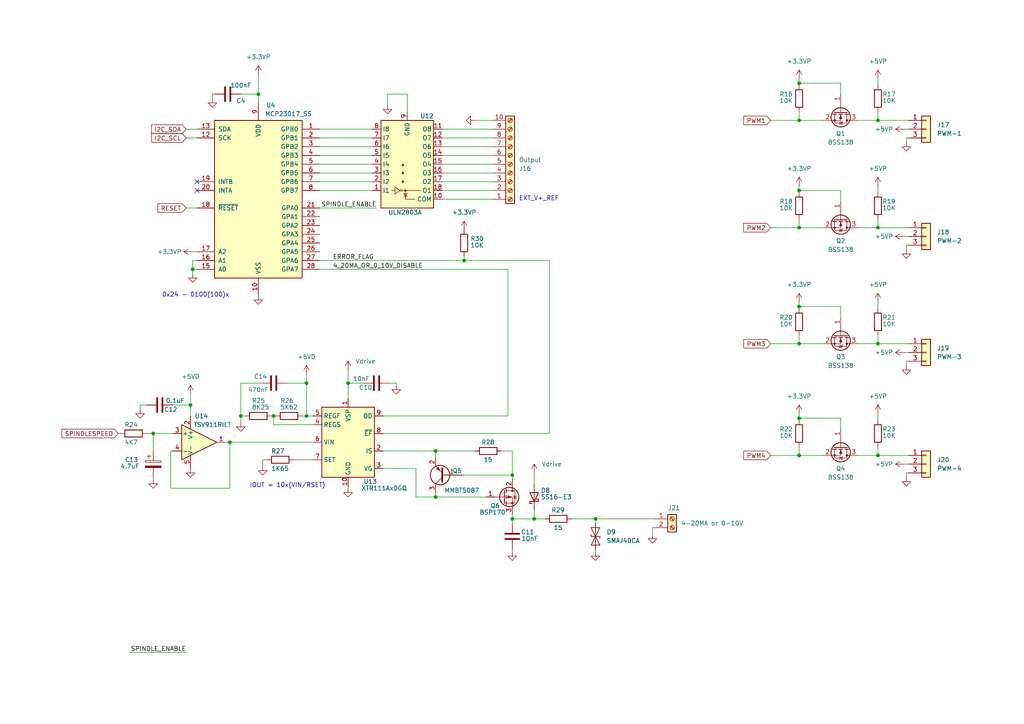
<source format=kicad_sch>
(kicad_sch (version 20230121) (generator eeschema)
  (paper "A4")
  (lib_symbols
    (symbol "Amplifier_Operational:TSV911RILT" (pin_names (offset 0.127))
      (property "Reference" "U" (at 0 5.08 0))
      (property "Value" "TSV911RILT" (at 0 -5.08 0))
      (symbol "TSV911RILT_0_1"
        (polyline (pts (xy -5.08 5.08) (xy 5.08 0) (xy -5.08 -5.08) (xy -5.08 5.08)) (stroke (width 0.254)) (fill (type background)))
        (pin power_in line (at -2.54 7.62 270) (length 3.81) (name "V+") (number "2"))
        (pin power_in line (at -2.54 -7.62 90) (length 3.81) (name "V-") (number "5"))
      )
      (symbol "TSV911RILT_1_1"
        (pin output line (at 7.62 0 180) (length 2.54) (name "~") (number "1"))
        (pin input line (at -7.62 2.54 0) (length 2.54) (name "+") (number "3"))
        (pin input line (at -7.62 -2.54 0) (length 2.54) (name "-") (number "4"))
      )
    )
    (symbol "Connector:Screw_Terminal_01x02" (pin_names (offset 1.016) hide)
      (property "Reference" "J" (at 0 2.54 0))
      (property "Value" "Screw_Terminal_01x02" (at 0 -5.08 0))
      (symbol "Screw_Terminal_01x02_1_1"
        (rectangle (start -1.27 1.27) (end 1.27 -3.81) (stroke (width 0.254)) (fill (type background)))
        (circle (center 0 -2.54) (radius 0.635) (stroke (width 0.1524)))
        (polyline (pts (xy -0.5334 -2.2098) (xy 0.3302 -3.048)) (stroke (width 0.1524)))
        (polyline (pts (xy -0.5334 0.3302) (xy 0.3302 -0.508)) (stroke (width 0.1524)))
        (polyline (pts (xy -0.3556 -2.032) (xy 0.508 -2.8702)) (stroke (width 0.1524)))
        (polyline (pts (xy -0.3556 0.508) (xy 0.508 -0.3302)) (stroke (width 0.1524)))
        (circle (center 0 0) (radius 0.635) (stroke (width 0.1524)))
        (pin passive line (at -5.08 0 0) (length 3.81) (name "Pin_1") (number "1"))
        (pin passive line (at -5.08 -2.54 0) (length 3.81) (name "Pin_2") (number "2"))
      )
    )
    (symbol "Connector:Screw_Terminal_01x10" (pin_names (offset 1.016) hide)
      (property "Reference" "J" (at 0 12.7 0))
      (property "Value" "Screw_Terminal_01x10" (at 0 -15.24 0))
      (symbol "Screw_Terminal_01x10_1_1"
        (rectangle (start -1.27 11.43) (end 1.27 -13.97) (stroke (width 0.254)) (fill (type background)))
        (circle (center 0 -12.7) (radius 0.635) (stroke (width 0.1524)))
        (circle (center 0 -10.16) (radius 0.635) (stroke (width 0.1524)))
        (circle (center 0 -7.62) (radius 0.635) (stroke (width 0.1524)))
        (circle (center 0 -5.08) (radius 0.635) (stroke (width 0.1524)))
        (circle (center 0 -2.54) (radius 0.635) (stroke (width 0.1524)))
        (polyline (pts (xy -0.5334 -12.3698) (xy 0.3302 -13.208)) (stroke (width 0.1524)))
        (polyline (pts (xy -0.5334 -9.8298) (xy 0.3302 -10.668)) (stroke (width 0.1524)))
        (polyline (pts (xy -0.5334 -7.2898) (xy 0.3302 -8.128)) (stroke (width 0.1524)))
        (polyline (pts (xy -0.5334 -4.7498) (xy 0.3302 -5.588)) (stroke (width 0.1524)))
        (polyline (pts (xy -0.5334 -2.2098) (xy 0.3302 -3.048)) (stroke (width 0.1524)))
        (polyline (pts (xy -0.5334 0.3302) (xy 0.3302 -0.508)) (stroke (width 0.1524)))
        (polyline (pts (xy -0.5334 2.8702) (xy 0.3302 2.032)) (stroke (width 0.1524)))
        (polyline (pts (xy -0.5334 5.4102) (xy 0.3302 4.572)) (stroke (width 0.1524)))
        (polyline (pts (xy -0.5334 7.9502) (xy 0.3302 7.112)) (stroke (width 0.1524)))
        (polyline (pts (xy -0.5334 10.4902) (xy 0.3302 9.652)) (stroke (width 0.1524)))
        (polyline (pts (xy -0.3556 -12.192) (xy 0.508 -13.0302)) (stroke (width 0.1524)))
        (polyline (pts (xy -0.3556 -9.652) (xy 0.508 -10.4902)) (stroke (width 0.1524)))
        (polyline (pts (xy -0.3556 -7.112) (xy 0.508 -7.9502)) (stroke (width 0.1524)))
        (polyline (pts (xy -0.3556 -4.572) (xy 0.508 -5.4102)) (stroke (width 0.1524)))
        (polyline (pts (xy -0.3556 -2.032) (xy 0.508 -2.8702)) (stroke (width 0.1524)))
        (polyline (pts (xy -0.3556 0.508) (xy 0.508 -0.3302)) (stroke (width 0.1524)))
        (polyline (pts (xy -0.3556 3.048) (xy 0.508 2.2098)) (stroke (width 0.1524)))
        (polyline (pts (xy -0.3556 5.588) (xy 0.508 4.7498)) (stroke (width 0.1524)))
        (polyline (pts (xy -0.3556 8.128) (xy 0.508 7.2898)) (stroke (width 0.1524)))
        (polyline (pts (xy -0.3556 10.668) (xy 0.508 9.8298)) (stroke (width 0.1524)))
        (circle (center 0 0) (radius 0.635) (stroke (width 0.1524)))
        (circle (center 0 2.54) (radius 0.635) (stroke (width 0.1524)))
        (circle (center 0 5.08) (radius 0.635) (stroke (width 0.1524)))
        (circle (center 0 7.62) (radius 0.635) (stroke (width 0.1524)))
        (circle (center 0 10.16) (radius 0.635) (stroke (width 0.1524)))
        (pin passive line (at -5.08 10.16 0) (length 3.81) (name "Pin_1") (number "1"))
        (pin passive line (at -5.08 -12.7 0) (length 3.81) (name "Pin_10") (number "10"))
        (pin passive line (at -5.08 7.62 0) (length 3.81) (name "Pin_2") (number "2"))
        (pin passive line (at -5.08 5.08 0) (length 3.81) (name "Pin_3") (number "3"))
        (pin passive line (at -5.08 2.54 0) (length 3.81) (name "Pin_4") (number "4"))
        (pin passive line (at -5.08 0 0) (length 3.81) (name "Pin_5") (number "5"))
        (pin passive line (at -5.08 -2.54 0) (length 3.81) (name "Pin_6") (number "6"))
        (pin passive line (at -5.08 -5.08 0) (length 3.81) (name "Pin_7") (number "7"))
        (pin passive line (at -5.08 -7.62 0) (length 3.81) (name "Pin_8") (number "8"))
        (pin passive line (at -5.08 -10.16 0) (length 3.81) (name "Pin_9") (number "9"))
      )
    )
    (symbol "Connector_Generic:Conn_01x03" (pin_names (offset 1.016) hide)
      (property "Reference" "J" (at 0 5.08 0))
      (property "Value" "Conn_01x03" (at 0 -5.08 0))
      (symbol "Conn_01x03_1_1"
        (rectangle (start -1.27 -2.413) (end 0 -2.667) (stroke (width 0.1524)))
        (rectangle (start -1.27 0.127) (end 0 -0.127) (stroke (width 0.1524)))
        (rectangle (start -1.27 2.667) (end 0 2.413) (stroke (width 0.1524)))
        (rectangle (start -1.27 3.81) (end 1.27 -3.81) (stroke (width 0.254)) (fill (type background)))
        (pin passive line (at -5.08 2.54 0) (length 3.81) (name "Pin_1") (number "1"))
        (pin passive line (at -5.08 0 0) (length 3.81) (name "Pin_2") (number "2"))
        (pin passive line (at -5.08 -2.54 0) (length 3.81) (name "Pin_3") (number "3"))
      )
    )
    (symbol "Device:C" (pin_numbers hide) (pin_names (offset 0.254))
      (property "Reference" "C" (at 0.635 2.54 0))
      (property "Value" "C" (at 0.635 -2.54 0))
      (symbol "C_0_1"
        (polyline (pts (xy -2.032 -0.762) (xy 2.032 -0.762)) (stroke (width 0.508)))
        (polyline (pts (xy -2.032 0.762) (xy 2.032 0.762)) (stroke (width 0.508)))
      )
      (symbol "C_1_1"
        (pin passive line (at 0 3.81 270) (length 2.794) (name "~") (number "1"))
        (pin passive line (at 0 -3.81 90) (length 2.794) (name "~") (number "2"))
      )
    )
    (symbol "Device:C_Polarized" (pin_numbers hide) (pin_names (offset 0.254))
      (property "Reference" "C" (at 0.635 2.54 0))
      (property "Value" "C_Polarized" (at 0.635 -2.54 0))
      (symbol "C_Polarized_0_1"
        (rectangle (start -2.286 0.508) (end 2.286 1.016))
        (polyline (pts (xy -1.778 2.286) (xy -0.762 2.286)))
        (polyline (pts (xy -1.27 2.794) (xy -1.27 1.778)))
        (rectangle (start 2.286 -0.508) (end -2.286 -1.016) (fill (type outline)))
      )
      (symbol "C_Polarized_1_1"
        (pin passive line (at 0 3.81 270) (length 2.794) (name "~") (number "1"))
        (pin passive line (at 0 -3.81 90) (length 2.794) (name "~") (number "2"))
      )
    )
    (symbol "Device:D_Schottky" (pin_numbers hide) (pin_names (offset 1.016) hide)
      (property "Reference" "D" (at 0 2.54 0))
      (property "Value" "D_Schottky" (at 0 -2.54 0))
      (symbol "D_Schottky_0_1"
        (polyline (pts (xy 1.27 0) (xy -1.27 0)))
        (polyline (pts (xy 1.27 1.27) (xy 1.27 -1.27) (xy -1.27 0) (xy 1.27 1.27)) (stroke (width 0.254)))
        (polyline (pts (xy -1.905 0.635) (xy -1.905 1.27) (xy -1.27 1.27) (xy -1.27 -1.27) (xy -0.635 -1.27) (xy -0.635 -0.635)) (stroke (width 0.254)))
      )
      (symbol "D_Schottky_1_1"
        (pin passive line (at -3.81 0 0) (length 2.54) (name "K") (number "1"))
        (pin passive line (at 3.81 0 180) (length 2.54) (name "A") (number "2"))
      )
    )
    (symbol "Device:R" (pin_numbers hide) (pin_names (offset 0))
      (property "Reference" "R" (at 2.032 0 90))
      (property "Value" "R" (at 0 0 90))
      (symbol "R_0_1"
        (rectangle (start -1.016 -2.54) (end 1.016 2.54) (stroke (width 0.254)))
      )
      (symbol "R_1_1"
        (pin passive line (at 0 3.81 270) (length 1.27) (name "~") (number "1"))
        (pin passive line (at 0 -3.81 90) (length 1.27) (name "~") (number "2"))
      )
    )
    (symbol "Diode:SMAJ40CA" (pin_numbers hide) (pin_names (offset 1.016) hide)
      (property "Reference" "D" (at 0 2.54 0))
      (property "Value" "SMAJ40CA" (at 0 -2.54 0))
      (symbol "SMAJ40CA_0_1"
        (polyline (pts (xy 1.27 0) (xy -1.27 0)))
        (polyline (pts (xy -2.54 -1.27) (xy 0 0) (xy -2.54 1.27) (xy -2.54 -1.27)) (stroke (width 0.2032)))
        (polyline (pts (xy 0.508 1.27) (xy 0 1.27) (xy 0 -1.27) (xy -0.508 -1.27)) (stroke (width 0.2032)))
        (polyline (pts (xy 2.54 1.27) (xy 2.54 -1.27) (xy 0 0) (xy 2.54 1.27)) (stroke (width 0.2032)))
      )
      (symbol "SMAJ40CA_1_1"
        (pin passive line (at -3.81 0 0) (length 2.54) (name "A1") (number "1"))
        (pin passive line (at 3.81 0 180) (length 2.54) (name "A2") (number "2"))
      )
    )
    (symbol "Interface_CurrentLoop:XTR111AxDGQ"
      (property "Reference" "U" (at -7.62 11.43 0))
      (property "Value" "XTR111AxDGQ" (at 1.27 -11.43 0))
      (symbol "XTR111AxDGQ_0_1"
        (rectangle (start -7.62 10.16) (end 7.62 -10.16) (stroke (width 0.254)) (fill (type background)))
      )
      (symbol "XTR111AxDGQ_1_1"
        (pin power_in line (at 0 12.7 270) (length 2.54) (name "VSP") (number "1"))
        (pin power_in line (at 0 -12.7 90) (length 2.54) (name "GND") (number "10"))
        (pin passive line (at 0 -12.7 90) (length 2.54) hide (name "GND") (number "11"))
        (pin output line (at 10.16 -2.54 180) (length 2.54) (name "IS") (number "2"))
        (pin output line (at 10.16 -7.62 180) (length 2.54) (name "VG") (number "3"))
        (pin input line (at -10.16 5.08 0) (length 2.54) (name "REGS") (number "4"))
        (pin output line (at -10.16 7.62 0) (length 2.54) (name "REGF") (number "5"))
        (pin input line (at -10.16 0 0) (length 2.54) (name "VIN") (number "6"))
        (pin passive line (at -10.16 -5.08 0) (length 2.54) (name "SET") (number "7"))
        (pin open_collector line (at 10.16 2.54 180) (length 2.54) (name "~{EF}") (number "8"))
        (pin input line (at 10.16 7.62 180) (length 2.54) (name "OD") (number "9"))
      )
    )
    (symbol "Interface_Expansion:MCP23017_SS" (pin_names (offset 1.016))
      (property "Reference" "U" (at -11.43 24.13 0))
      (property "Value" "MCP23017_SS" (at 0 0 0))
      (symbol "MCP23017_SS_0_1"
        (rectangle (start -12.7 22.86) (end 12.7 -22.86) (stroke (width 0.254)) (fill (type background)))
      )
      (symbol "MCP23017_SS_1_1"
        (pin bidirectional line (at 17.78 20.32 180) (length 5.08) (name "GPB0") (number "1"))
        (pin power_in line (at 0 -27.94 90) (length 5.08) (name "VSS") (number "10"))
        (pin no_connect line (at -12.7 15.24 0) (length 5.08) hide (name "NC") (number "11"))
        (pin input line (at -17.78 17.78 0) (length 5.08) (name "SCK") (number "12"))
        (pin bidirectional line (at -17.78 20.32 0) (length 5.08) (name "SDA") (number "13"))
        (pin no_connect line (at -12.7 12.7 0) (length 5.08) hide (name "NC") (number "14"))
        (pin input line (at -17.78 -20.32 0) (length 5.08) (name "A0") (number "15"))
        (pin input line (at -17.78 -17.78 0) (length 5.08) (name "A1") (number "16"))
        (pin input line (at -17.78 -15.24 0) (length 5.08) (name "A2") (number "17"))
        (pin input line (at -17.78 -2.54 0) (length 5.08) (name "~{RESET}") (number "18"))
        (pin tri_state line (at -17.78 5.08 0) (length 5.08) (name "INTB") (number "19"))
        (pin bidirectional line (at 17.78 17.78 180) (length 5.08) (name "GPB1") (number "2"))
        (pin tri_state line (at -17.78 2.54 0) (length 5.08) (name "INTA") (number "20"))
        (pin bidirectional line (at 17.78 -2.54 180) (length 5.08) (name "GPA0") (number "21"))
        (pin bidirectional line (at 17.78 -5.08 180) (length 5.08) (name "GPA1") (number "22"))
        (pin bidirectional line (at 17.78 -7.62 180) (length 5.08) (name "GPA2") (number "23"))
        (pin bidirectional line (at 17.78 -10.16 180) (length 5.08) (name "GPA3") (number "24"))
        (pin bidirectional line (at 17.78 -12.7 180) (length 5.08) (name "GPA4") (number "25"))
        (pin bidirectional line (at 17.78 -15.24 180) (length 5.08) (name "GPA5") (number "26"))
        (pin bidirectional line (at 17.78 -17.78 180) (length 5.08) (name "GPA6") (number "27"))
        (pin bidirectional line (at 17.78 -20.32 180) (length 5.08) (name "GPA7") (number "28"))
        (pin bidirectional line (at 17.78 15.24 180) (length 5.08) (name "GPB2") (number "3"))
        (pin bidirectional line (at 17.78 12.7 180) (length 5.08) (name "GPB3") (number "4"))
        (pin bidirectional line (at 17.78 10.16 180) (length 5.08) (name "GPB4") (number "5"))
        (pin bidirectional line (at 17.78 7.62 180) (length 5.08) (name "GPB5") (number "6"))
        (pin bidirectional line (at 17.78 5.08 180) (length 5.08) (name "GPB6") (number "7"))
        (pin bidirectional line (at 17.78 2.54 180) (length 5.08) (name "GPB7") (number "8"))
        (pin power_in line (at 0 27.94 270) (length 5.08) (name "VDD") (number "9"))
      )
    )
    (symbol "Transistor_Array:ULN2803A"
      (property "Reference" "U" (at 0 13.335 0))
      (property "Value" "ULN2803A" (at 0 11.43 0))
      (symbol "ULN2803A_0_1"
        (rectangle (start -7.62 -15.24) (end 7.62 10.16) (stroke (width 0.254)) (fill (type background)))
        (circle (center -1.778 5.08) (radius 0.254))
        (circle (center -1.27 -2.286) (radius 0.254) (fill (type outline)))
        (circle (center -1.27 0) (radius 0.254) (fill (type outline)))
        (circle (center -1.27 2.54) (radius 0.254) (fill (type outline)))
        (circle (center -0.508 5.08) (radius 0.254) (fill (type outline)))
        (polyline (pts (xy -4.572 5.08) (xy -3.556 5.08)))
        (polyline (pts (xy -1.524 5.08) (xy 4.064 5.08)))
        (polyline (pts (xy 0 6.731) (xy -1.016 6.731)))
        (polyline (pts (xy -0.508 5.08) (xy -0.508 7.62) (xy 2.286 7.62)))
        (polyline (pts (xy -3.556 6.096) (xy -3.556 4.064) (xy -2.032 5.08) (xy -3.556 6.096)))
        (polyline (pts (xy 0 5.969) (xy -1.016 5.969) (xy -0.508 6.731) (xy 0 5.969)))
      )
      (symbol "ULN2803A_1_1"
        (pin input line (at -10.16 5.08 0) (length 2.54) (name "I1") (number "1"))
        (pin passive line (at 10.16 7.62 180) (length 2.54) (name "COM") (number "10"))
        (pin open_collector line (at 10.16 -12.7 180) (length 2.54) (name "O8") (number "11"))
        (pin open_collector line (at 10.16 -10.16 180) (length 2.54) (name "O7") (number "12"))
        (pin open_collector line (at 10.16 -7.62 180) (length 2.54) (name "O6") (number "13"))
        (pin open_collector line (at 10.16 -5.08 180) (length 2.54) (name "O5") (number "14"))
        (pin open_collector line (at 10.16 -2.54 180) (length 2.54) (name "O4") (number "15"))
        (pin open_collector line (at 10.16 0 180) (length 2.54) (name "O3") (number "16"))
        (pin open_collector line (at 10.16 2.54 180) (length 2.54) (name "O2") (number "17"))
        (pin open_collector line (at 10.16 5.08 180) (length 2.54) (name "O1") (number "18"))
        (pin input line (at -10.16 2.54 0) (length 2.54) (name "I2") (number "2"))
        (pin input line (at -10.16 0 0) (length 2.54) (name "I3") (number "3"))
        (pin input line (at -10.16 -2.54 0) (length 2.54) (name "I4") (number "4"))
        (pin input line (at -10.16 -5.08 0) (length 2.54) (name "I5") (number "5"))
        (pin input line (at -10.16 -7.62 0) (length 2.54) (name "I6") (number "6"))
        (pin input line (at -10.16 -10.16 0) (length 2.54) (name "I7") (number "7"))
        (pin input line (at -10.16 -12.7 0) (length 2.54) (name "I8") (number "8"))
        (pin power_in line (at 0 -17.78 90) (length 2.54) (name "GND") (number "9"))
      )
    )
    (symbol "Transistor_BJT:MMBT3906" (pin_names (offset 0) hide)
      (property "Reference" "Q" (at 5.08 1.905 0))
      (property "Value" "MMBT3906" (at 5.08 0 0))
      (symbol "MMBT3906_0_1"
        (polyline (pts (xy 0.635 0.635) (xy 2.54 2.54)))
        (polyline (pts (xy 0.635 -0.635) (xy 2.54 -2.54) (xy 2.54 -2.54)))
        (polyline (pts (xy 0.635 1.905) (xy 0.635 -1.905) (xy 0.635 -1.905)) (stroke (width 0.508)))
        (polyline (pts (xy 2.286 -1.778) (xy 1.778 -2.286) (xy 1.27 -1.27) (xy 2.286 -1.778) (xy 2.286 -1.778)) (fill (type outline)))
        (circle (center 1.27 0) (radius 2.8194) (stroke (width 0.254)))
      )
      (symbol "MMBT3906_1_1"
        (pin input line (at -5.08 0 0) (length 5.715) (name "B") (number "1"))
        (pin passive line (at 2.54 -5.08 90) (length 2.54) (name "E") (number "2"))
        (pin passive line (at 2.54 5.08 270) (length 2.54) (name "C") (number "3"))
      )
    )
    (symbol "Transistor_FET:BSS138" (pin_names hide)
      (property "Reference" "Q" (at 5.08 1.905 0))
      (property "Value" "BSS138" (at 5.08 0 0))
      (symbol "BSS138_0_1"
        (polyline (pts (xy 0.254 0) (xy -2.54 0)))
        (polyline (pts (xy 0.254 1.905) (xy 0.254 -1.905)) (stroke (width 0.254)))
        (polyline (pts (xy 0.762 -1.27) (xy 0.762 -2.286)) (stroke (width 0.254)))
        (polyline (pts (xy 0.762 0.508) (xy 0.762 -0.508)) (stroke (width 0.254)))
        (polyline (pts (xy 0.762 2.286) (xy 0.762 1.27)) (stroke (width 0.254)))
        (polyline (pts (xy 2.54 2.54) (xy 2.54 1.778)))
        (polyline (pts (xy 2.54 -2.54) (xy 2.54 0) (xy 0.762 0)))
        (polyline (pts (xy 0.762 -1.778) (xy 3.302 -1.778) (xy 3.302 1.778) (xy 0.762 1.778)))
        (polyline (pts (xy 1.016 0) (xy 2.032 0.381) (xy 2.032 -0.381) (xy 1.016 0)) (fill (type outline)))
        (polyline (pts (xy 2.794 0.508) (xy 2.921 0.381) (xy 3.683 0.381) (xy 3.81 0.254)))
        (polyline (pts (xy 3.302 0.381) (xy 2.921 -0.254) (xy 3.683 -0.254) (xy 3.302 0.381)))
        (circle (center 1.651 0) (radius 2.794) (stroke (width 0.254)))
        (circle (center 2.54 -1.778) (radius 0.254) (fill (type outline)))
        (circle (center 2.54 1.778) (radius 0.254) (fill (type outline)))
      )
      (symbol "BSS138_1_1"
        (pin input line (at -5.08 0 0) (length 2.54) (name "G") (number "1"))
        (pin passive line (at 2.54 -5.08 90) (length 2.54) (name "S") (number "2"))
        (pin passive line (at 2.54 5.08 270) (length 2.54) (name "D") (number "3"))
      )
    )
    (symbol "Transistor_FET:ZXMP4A16G" (pin_names hide)
      (property "Reference" "Q" (at 5.08 1.905 0))
      (property "Value" "ZXMP4A16G" (at 5.08 0 0))
      (symbol "ZXMP4A16G_0_1"
        (polyline (pts (xy 0.254 0) (xy -2.54 0)))
        (polyline (pts (xy 0.254 1.905) (xy 0.254 -1.905)) (stroke (width 0.254)))
        (polyline (pts (xy 0.762 -1.27) (xy 0.762 -2.286)) (stroke (width 0.254)))
        (polyline (pts (xy 0.762 0.508) (xy 0.762 -0.508)) (stroke (width 0.254)))
        (polyline (pts (xy 0.762 2.286) (xy 0.762 1.27)) (stroke (width 0.254)))
        (polyline (pts (xy 2.54 2.54) (xy 2.54 1.778)))
        (polyline (pts (xy 2.54 -2.54) (xy 2.54 0) (xy 0.762 0)))
        (polyline (pts (xy 0.762 1.778) (xy 3.302 1.778) (xy 3.302 -1.778) (xy 0.762 -1.778)))
        (polyline (pts (xy 2.286 0) (xy 1.27 0.381) (xy 1.27 -0.381) (xy 2.286 0)) (fill (type outline)))
        (polyline (pts (xy 2.794 -0.508) (xy 2.921 -0.381) (xy 3.683 -0.381) (xy 3.81 -0.254)))
        (polyline (pts (xy 3.302 -0.381) (xy 2.921 0.254) (xy 3.683 0.254) (xy 3.302 -0.381)))
        (circle (center 1.651 0) (radius 2.794) (stroke (width 0.254)))
        (circle (center 2.54 -1.778) (radius 0.254) (fill (type outline)))
        (circle (center 2.54 1.778) (radius 0.254) (fill (type outline)))
      )
      (symbol "ZXMP4A16G_1_1"
        (pin input line (at -5.08 0 0) (length 2.54) (name "G") (number "1"))
        (pin passive line (at 2.54 5.08 270) (length 2.54) (name "D") (number "2"))
        (pin passive line (at 2.54 -5.08 90) (length 2.54) (name "S") (number "3"))
      )
    )
    (symbol "power:+3.3VP" (power) (pin_names (offset 0))
      (property "Value" "+3.3VP" (at 0 2.54 0))
      (symbol "+3.3VP_0_0"
        (pin power_in line (at 0 0 90) (length 0) hide (name "+3.3VP") (number "1"))
      )
      (symbol "+3.3VP_0_1"
        (polyline (pts (xy -0.762 1.27) (xy 0 2.54)))
        (polyline (pts (xy 0 0) (xy 0 2.54)))
        (polyline (pts (xy 0 2.54) (xy 0.762 1.27)))
      )
    )
    (symbol "power:+5VD" (power) (pin_names (offset 0))
      (property "Value" "+5VD" (at 0 3.556 0))
      (symbol "+5VD_0_1"
        (polyline (pts (xy -0.762 1.27) (xy 0 2.54)))
        (polyline (pts (xy 0 0) (xy 0 2.54)))
        (polyline (pts (xy 0 2.54) (xy 0.762 1.27)))
      )
      (symbol "+5VD_1_1"
        (pin power_in line (at 0 0 90) (length 0) hide (name "+5VD") (number "1"))
      )
    )
    (symbol "power:+5VP" (power) (pin_names (offset 0))
      (property "Value" "+5VP" (at 0 3.556 0))
      (symbol "+5VP_0_1"
        (polyline (pts (xy -0.762 1.27) (xy 0 2.54)))
        (polyline (pts (xy 0 0) (xy 0 2.54)))
        (polyline (pts (xy 0 2.54) (xy 0.762 1.27)))
      )
      (symbol "+5VP_1_1"
        (pin power_in line (at 0 0 90) (length 0) hide (name "+5VP") (number "1"))
      )
    )
    (symbol "power:GND" (power) (pin_names (offset 0))
      (property "Value" "GND" (at 0 -3.81 0))
      (symbol "GND_0_1"
        (polyline (pts (xy 0 0) (xy 0 -1.27) (xy 1.27 -1.27) (xy 0 -2.54) (xy -1.27 -1.27) (xy 0 -1.27)))
      )
      (symbol "GND_1_1"
        (pin power_in line (at 0 0 270) (length 0) hide (name "GND") (number "1"))
      )
    )
    (symbol "power:Vdrive" (power) (pin_names (offset 0))
      (property "Value" "Vdrive" (at 0 3.81 0))
      (symbol "Vdrive_0_1"
        (polyline (pts (xy -0.762 1.27) (xy 0 2.54)))
        (polyline (pts (xy 0 0) (xy 0 2.54)))
        (polyline (pts (xy 0 2.54) (xy 0.762 1.27)))
      )
      (symbol "Vdrive_1_1"
        (pin power_in line (at 0 0 90) (length 0) hide (name "Vdrive") (number "1"))
      )
    )
  )
  (junction (at 254.635 99.695))
  (junction (at 231.775 88.9))
  (junction (at 231.775 34.925))
  (junction (at 231.775 66.04))
  (junction (at 148.59 150.495))
  (junction (at 231.775 55.245))
  (junction (at 154.94 150.495))
  (junction (at 231.775 121.285))
  (junction (at 134.62 75.565))
  (junction (at 254.635 132.08))
  (junction (at 126.365 144.145))
  (junction (at 254.635 34.925))
  (junction (at 254.635 66.04))
  (junction (at 231.775 99.695))
  (junction (at 69.85 120.65))
  (junction (at 231.775 132.08))
  (junction (at 88.9 120.65))
  (junction (at 66.675 128.27))
  (junction (at 172.72 150.495))
  (junction (at 88.9 111.125))
  (junction (at 100.965 111.125))
  (junction (at 55.88 78.105))
  (junction (at 148.59 137.795))
  (junction (at 231.775 24.13))
  (junction (at 55.245 117.475))
  (junction (at 126.365 130.81))
  (junction (at 74.93 27.305))
  (junction (at 44.45 125.73))
  (junction (at 79.375 120.65))
  (no_connect (at 57.15 55.245))
  (no_connect (at 57.15 52.705))
  (wire (pts (xy 231.775 121.285) (xy 231.775 121.92)))
  (wire (pts (xy 231.775 53.975) (xy 231.775 55.245)))
  (wire (pts (xy 243.84 88.9) (xy 231.775 88.9)))
  (wire (pts (xy 92.71 47.625) (xy 107.95 47.625)))
  (wire (pts (xy 92.71 45.085) (xy 107.95 45.085)))
  (wire (pts (xy 66.675 141.605) (xy 66.675 128.27)))
  (wire (pts (xy 254.635 66.04) (xy 263.525 66.04)))
  (wire (pts (xy 231.775 34.925) (xy 238.76 34.925)))
  (wire (pts (xy 128.27 47.625) (xy 142.875 47.625)))
  (wire (pts (xy 111.125 120.65) (xy 147.32 120.65)))
  (wire (pts (xy 159.385 125.73) (xy 159.385 75.565)))
  (wire (pts (xy 128.27 42.545) (xy 142.875 42.545)))
  (wire (pts (xy 128.27 50.165) (xy 142.875 50.165)))
  (wire (pts (xy 243.84 24.13) (xy 231.775 24.13)))
  (wire (pts (xy 243.84 124.46) (xy 243.84 121.285)))
  (wire (pts (xy 50.165 117.475) (xy 55.245 117.475)))
  (wire (pts (xy 154.94 137.16) (xy 154.94 140.335)))
  (wire (pts (xy 248.92 34.925) (xy 254.635 34.925)))
  (wire (pts (xy 223.52 99.695) (xy 231.775 99.695)))
  (wire (pts (xy 69.85 120.65) (xy 69.85 122.555)))
  (wire (pts (xy 114.935 111.125) (xy 114.935 111.76)))
  (wire (pts (xy 147.32 78.105) (xy 147.32 120.65)))
  (wire (pts (xy 231.775 120.015) (xy 231.775 121.285)))
  (wire (pts (xy 126.365 144.145) (xy 140.97 144.145)))
  (wire (pts (xy 254.635 120.015) (xy 254.635 121.92)))
  (wire (pts (xy 92.71 50.165) (xy 107.95 50.165)))
  (wire (pts (xy 113.03 111.125) (xy 114.935 111.125)))
  (wire (pts (xy 133.985 137.795) (xy 148.59 137.795)))
  (wire (pts (xy 61.595 27.305) (xy 61.595 28.575)))
  (wire (pts (xy 77.47 133.35) (xy 76.2 133.35)))
  (wire (pts (xy 126.365 130.81) (xy 126.365 132.715)))
  (wire (pts (xy 92.71 60.325) (xy 109.22 60.325)))
  (wire (pts (xy 120.65 144.145) (xy 126.365 144.145)))
  (wire (pts (xy 262.89 71.12) (xy 262.89 72.39)))
  (wire (pts (xy 243.84 92.075) (xy 243.84 88.9)))
  (wire (pts (xy 148.59 137.795) (xy 148.59 139.065)))
  (wire (pts (xy 254.635 34.925) (xy 263.525 34.925)))
  (wire (pts (xy 231.775 24.13) (xy 231.775 24.765)))
  (wire (pts (xy 49.53 141.605) (xy 66.675 141.605)))
  (wire (pts (xy 57.15 78.105) (xy 55.88 78.105)))
  (wire (pts (xy 231.775 99.695) (xy 238.76 99.695)))
  (wire (pts (xy 65.405 128.27) (xy 66.675 128.27)))
  (wire (pts (xy 57.15 75.565) (xy 55.88 75.565)))
  (wire (pts (xy 92.71 40.005) (xy 107.95 40.005)))
  (wire (pts (xy 126.365 144.145) (xy 126.365 142.875)))
  (wire (pts (xy 88.9 111.125) (xy 88.9 120.65)))
  (wire (pts (xy 254.635 22.86) (xy 254.635 24.765)))
  (wire (pts (xy 254.635 132.08) (xy 254.635 129.54)))
  (wire (pts (xy 111.125 135.89) (xy 120.65 135.89)))
  (wire (pts (xy 148.59 151.765) (xy 148.59 150.495)))
  (wire (pts (xy 148.59 130.81) (xy 148.59 137.795)))
  (wire (pts (xy 262.89 104.775) (xy 262.89 106.045)))
  (wire (pts (xy 254.635 87.63) (xy 254.635 89.535)))
  (wire (pts (xy 128.27 57.785) (xy 142.875 57.785)))
  (wire (pts (xy 231.775 87.63) (xy 231.775 88.9)))
  (wire (pts (xy 55.88 75.565) (xy 55.88 78.105)))
  (wire (pts (xy 55.88 78.105) (xy 55.88 79.375)))
  (wire (pts (xy 172.72 150.495) (xy 189.865 150.495)))
  (wire (pts (xy 248.92 66.04) (xy 254.635 66.04)))
  (wire (pts (xy 53.975 37.465) (xy 57.15 37.465)))
  (wire (pts (xy 262.89 137.16) (xy 262.89 138.43)))
  (wire (pts (xy 254.635 53.975) (xy 254.635 55.88)))
  (wire (pts (xy 231.775 55.245) (xy 231.775 55.88)))
  (wire (pts (xy 57.15 73.025) (xy 55.88 73.025)))
  (wire (pts (xy 69.85 27.305) (xy 74.93 27.305)))
  (wire (pts (xy 85.09 133.35) (xy 90.805 133.35)))
  (wire (pts (xy 55.245 117.475) (xy 55.245 120.65)))
  (wire (pts (xy 100.965 140.97) (xy 100.965 141.605)))
  (wire (pts (xy 243.84 27.305) (xy 243.84 24.13)))
  (wire (pts (xy 42.545 125.73) (xy 44.45 125.73)))
  (wire (pts (xy 231.775 97.155) (xy 231.775 99.695)))
  (wire (pts (xy 118.11 32.385) (xy 118.11 27.305)))
  (wire (pts (xy 134.62 75.565) (xy 92.71 75.565)))
  (wire (pts (xy 248.92 132.08) (xy 254.635 132.08)))
  (wire (pts (xy 223.52 132.08) (xy 231.775 132.08)))
  (wire (pts (xy 128.27 40.005) (xy 142.875 40.005)))
  (wire (pts (xy 62.23 27.305) (xy 61.595 27.305)))
  (wire (pts (xy 254.635 66.04) (xy 254.635 63.5)))
  (wire (pts (xy 262.255 37.465) (xy 263.525 37.465)))
  (wire (pts (xy 243.84 58.42) (xy 243.84 55.245)))
  (wire (pts (xy 128.27 45.085) (xy 142.875 45.085)))
  (wire (pts (xy 128.27 55.245) (xy 142.875 55.245)))
  (wire (pts (xy 49.53 130.81) (xy 49.53 141.605)))
  (wire (pts (xy 92.71 78.105) (xy 147.32 78.105)))
  (wire (pts (xy 100.965 107.315) (xy 100.965 111.125)))
  (wire (pts (xy 92.71 55.245) (xy 107.95 55.245)))
  (wire (pts (xy 189.23 153.035) (xy 189.865 153.035)))
  (wire (pts (xy 44.45 125.73) (xy 50.165 125.73)))
  (wire (pts (xy 120.65 135.89) (xy 120.65 144.145)))
  (wire (pts (xy 254.635 34.925) (xy 254.635 32.385)))
  (wire (pts (xy 145.415 130.81) (xy 148.59 130.81)))
  (wire (pts (xy 134.62 74.295) (xy 134.62 75.565)))
  (wire (pts (xy 53.975 60.325) (xy 57.15 60.325)))
  (wire (pts (xy 92.71 42.545) (xy 107.95 42.545)))
  (wire (pts (xy 126.365 130.81) (xy 137.795 130.81)))
  (wire (pts (xy 75.565 111.125) (xy 69.85 111.125)))
  (wire (pts (xy 66.675 128.27) (xy 90.805 128.27)))
  (wire (pts (xy 189.23 153.035) (xy 189.23 154.94)))
  (wire (pts (xy 231.775 32.385) (xy 231.775 34.925)))
  (wire (pts (xy 71.12 120.65) (xy 69.85 120.65)))
  (wire (pts (xy 100.965 111.125) (xy 100.965 115.57)))
  (wire (pts (xy 79.375 120.65) (xy 80.01 120.65)))
  (wire (pts (xy 40.64 117.475) (xy 40.64 118.745)))
  (wire (pts (xy 118.11 27.305) (xy 112.395 27.305)))
  (wire (pts (xy 254.635 99.695) (xy 263.525 99.695)))
  (wire (pts (xy 137.795 34.925) (xy 142.875 34.925)))
  (wire (pts (xy 37.465 189.23) (xy 53.975 189.23)))
  (wire (pts (xy 223.52 66.04) (xy 231.775 66.04)))
  (wire (pts (xy 92.71 52.705) (xy 107.95 52.705)))
  (wire (pts (xy 92.71 37.465) (xy 107.95 37.465)))
  (wire (pts (xy 148.59 160.02) (xy 148.59 159.385)))
  (wire (pts (xy 42.545 117.475) (xy 40.64 117.475)))
  (wire (pts (xy 262.255 134.62) (xy 263.525 134.62)))
  (wire (pts (xy 34.29 125.73) (xy 34.925 125.73)))
  (wire (pts (xy 262.255 68.58) (xy 263.525 68.58)))
  (wire (pts (xy 223.52 34.925) (xy 231.775 34.925)))
  (wire (pts (xy 105.41 111.125) (xy 100.965 111.125)))
  (wire (pts (xy 44.45 139.065) (xy 44.45 138.43)))
  (wire (pts (xy 88.9 120.65) (xy 90.805 120.65)))
  (wire (pts (xy 231.775 88.9) (xy 231.775 89.535)))
  (wire (pts (xy 263.525 104.775) (xy 262.89 104.775)))
  (wire (pts (xy 254.635 132.08) (xy 263.525 132.08)))
  (wire (pts (xy 88.9 108.585) (xy 88.9 111.125)))
  (wire (pts (xy 111.125 125.73) (xy 159.385 125.73)))
  (wire (pts (xy 83.185 111.125) (xy 88.9 111.125)))
  (wire (pts (xy 154.94 150.495) (xy 158.115 150.495)))
  (wire (pts (xy 231.775 129.54) (xy 231.775 132.08)))
  (wire (pts (xy 53.975 40.005) (xy 57.15 40.005)))
  (wire (pts (xy 231.775 66.04) (xy 238.76 66.04)))
  (wire (pts (xy 148.59 150.495) (xy 154.94 150.495)))
  (wire (pts (xy 44.45 125.73) (xy 44.45 130.81)))
  (wire (pts (xy 262.89 40.005) (xy 262.89 41.275)))
  (wire (pts (xy 55.245 114.3) (xy 55.245 117.475)))
  (wire (pts (xy 128.27 52.705) (xy 142.875 52.705)))
  (wire (pts (xy 231.775 132.08) (xy 238.76 132.08)))
  (wire (pts (xy 248.92 99.695) (xy 254.635 99.695)))
  (wire (pts (xy 254.635 99.695) (xy 254.635 97.155)))
  (wire (pts (xy 231.775 22.86) (xy 231.775 24.13)))
  (wire (pts (xy 128.27 37.465) (xy 142.875 37.465)))
  (wire (pts (xy 262.255 102.235) (xy 263.525 102.235)))
  (wire (pts (xy 111.125 130.81) (xy 126.365 130.81)))
  (wire (pts (xy 231.775 63.5) (xy 231.775 66.04)))
  (wire (pts (xy 263.525 71.12) (xy 262.89 71.12)))
  (wire (pts (xy 243.84 55.245) (xy 231.775 55.245)))
  (wire (pts (xy 76.2 133.35) (xy 76.2 135.255)))
  (wire (pts (xy 112.395 30.48) (xy 112.395 27.305)))
  (wire (pts (xy 243.84 121.285) (xy 231.775 121.285)))
  (wire (pts (xy 74.93 21.59) (xy 74.93 27.305)))
  (wire (pts (xy 69.85 111.125) (xy 69.85 120.65)))
  (wire (pts (xy 172.72 160.02) (xy 172.72 159.385)))
  (wire (pts (xy 90.805 123.19) (xy 79.375 123.19)))
  (wire (pts (xy 159.385 75.565) (xy 134.62 75.565)))
  (wire (pts (xy 87.63 120.65) (xy 88.9 120.65)))
  (wire (pts (xy 263.525 137.16) (xy 262.89 137.16)))
  (wire (pts (xy 172.72 150.495) (xy 172.72 151.765)))
  (wire (pts (xy 50.165 130.81) (xy 49.53 130.81)))
  (wire (pts (xy 74.93 27.305) (xy 74.93 29.845)))
  (wire (pts (xy 165.735 150.495) (xy 172.72 150.495)))
  (wire (pts (xy 263.525 40.005) (xy 262.89 40.005)))
  (wire (pts (xy 148.59 150.495) (xy 148.59 149.225)))
  (wire (pts (xy 154.94 147.955) (xy 154.94 150.495)))
  (wire (pts (xy 79.375 123.19) (xy 79.375 120.65)))
  (wire (pts (xy 78.74 120.65) (xy 79.375 120.65)))
  (text "0x24 - 0100(100)x" (at 46.99 86.36 0) (effects (font (size 1.27 1.27)) (justify left bottom)))
  (text "IOUT = 10x(VIN/RSET)" (at 72.39 141.605 0) (effects (font (size 1.27 1.27)) (justify left bottom)))
  (text "EXT_V+_REF\n" (at 150.495 58.42 0) (effects (font (size 1.27 1.27)) (justify left bottom)))
  (label "SPINDLE_ENABLE" (at 53.975 189.23 180))
  (label "4_20MA_OR_0_10V_DISABLE" (at 96.52 78.105 0))
  (label "ERROR_FLAG" (at 96.52 75.565 0))
  (label "SPINDLE_ENABLE" (at 109.22 60.325 180))
  (global_label "RESET" (shape input) (at 53.975 60.325 180) (property "Intersheetrefs" "${INTERSHEET_REFS}" (effects hide)))
  (global_label "PWM1" (shape input) (at 223.52 34.925 180) (property "Intersheetrefs" "${INTERSHEET_REFS}" (effects hide)))
  (global_label "PWM4" (shape input) (at 223.52 132.08 180) (property "Intersheetrefs" "${INTERSHEET_REFS}" (effects hide)))
  (global_label "I2C_SDA" (shape input) (at 53.975 37.465 180) (property "Intersheetrefs" "${INTERSHEET_REFS}" (effects hide)))
  (global_label "SPINDLESPEED" (shape input) (at 34.29 125.73 180) (property "Intersheetrefs" "${INTERSHEET_REFS}" (effects hide)))
  (global_label "PWM3" (shape input) (at 223.52 99.695 180) (property "Intersheetrefs" "${INTERSHEET_REFS}" (effects hide)))
  (global_label "I2C_SCL" (shape input) (at 53.975 40.005 180) (property "Intersheetrefs" "${INTERSHEET_REFS}" (effects hide)))
  (global_label "PWM2" (shape input) (at 223.52 66.04 180) (property "Intersheetrefs" "${INTERSHEET_REFS}" (effects hide)))
  (symbol (lib_id "Transistor_FET:ZXMP4A16G") (at 146.05 144.145 0) (unit 1)
    (property "Reference" "Q6" (at 142.24 146.685 0) (effects (justify left)))
    (property "Value" "BSP170" (at 139.065 148.59 0) (effects (justify left)))
    (property "Footprint" "Package_TO_SOT_SMD:SOT-223-3_TabPin2" (effects hide))
    (property "Datasheet" "https://www.diodes.com/assets/Datasheets/ZXMP4A16G.pdf" (effects hide))
    (property "Digikey" "BSP170PL6327INCT-ND" (effects hide))
  )
  (symbol (lib_id "Transistor_FET:BSS138") (at 243.84 32.385 270) (unit 1)
    (property "Reference" "Q1" (at 243.84 38.735 90))
    (property "Value" "BSS138" (at 243.84 41.275 90))
    (property "Footprint" "Package_TO_SOT_SMD:SOT-23" (effects hide))
    (property "Datasheet" "https://www.onsemi.com/pub/Collateral/BSS138-D.PDF" (effects hide))
  )
  (symbol (lib_id "power:GND") (at 172.72 160.02 0) (unit 1)
    (property "Reference" "#PWR0170" (effects hide))
    (property "Value" "GND" (effects hide))
  )
  (symbol (lib_id "power:GND") (at 55.245 135.89 0) (unit 1)
    (property "Reference" "#PWR0173" (effects hide))
    (property "Value" "GND" (effects hide))
  )
  (symbol (lib_id "Transistor_FET:BSS138") (at 243.84 97.155 270) (unit 1)
    (property "Reference" "Q3" (at 243.84 103.505 90))
    (property "Value" "BSS138" (at 243.84 106.045 90))
    (property "Footprint" "Package_TO_SOT_SMD:SOT-23" (effects hide))
    (property "Datasheet" "https://www.onsemi.com/pub/Collateral/BSS138-D.PDF" (effects hide))
  )
  (symbol (lib_id "power:+5VP") (at 262.255 102.235 90) (unit 1)
    (property "Reference" "#PWR0158" (effects hide))
    (property "Value" "+5VP" (at 259.08 102.235 90) (effects (justify left)))
  )
  (symbol (lib_id "Connector:Screw_Terminal_01x10") (at 147.955 47.625 0) (mirror x) (unit 1)
    (property "Reference" "J16" (at 150.495 48.895 0) (effects (justify left)))
    (property "Value" "Output" (at 150.495 46.355 0) (effects (justify left)))
    (property "Footprint" "TerminalBlock_TE-Connectivity:TerminalBlock_TE_1-282834-0_1x10_P2.54mm_Horizontal" (effects hide))
  )
  (symbol (lib_id "Device:C") (at 46.355 117.475 270) (unit 1)
    (property "Reference" "C12" (at 49.53 118.745 90))
    (property "Value" "0.1uF" (at 50.8 116.205 90))
    (property "Footprint" "Capacitor_SMD:C_0805_2012Metric" (effects hide))
  )
  (symbol (lib_id "power:+5VP") (at 254.635 53.975 0) (unit 1)
    (property "Reference" "#PWR0153" (effects hide))
    (property "Value" "+5VP" (at 254.635 48.895 0))
  )
  (symbol (lib_id "Device:R") (at 254.635 125.73 0) (unit 1)
    (property "Reference" "R23" (at 255.905 124.46 0) (effects (justify left)))
    (property "Value" "10K" (at 255.905 126.365 0) (effects (justify left)))
    (property "Footprint" "Resistor_SMD:R_0805_2012Metric_Pad1.20x1.40mm_HandSolder" (effects hide))
  )
  (symbol (lib_id "power:+5VD") (at 88.9 108.585 0) (unit 1)
    (property "Reference" "#PWR0175" (effects hide))
    (property "Value" "+5VD" (at 88.9 103.505 0))
  )
  (symbol (lib_id "power:GND") (at 262.89 72.39 0) (unit 1)
    (property "Reference" "#PWR0155" (effects hide))
    (property "Value" "GND" (effects hide))
  )
  (symbol (lib_id "power:GND") (at 40.64 118.745 0) (unit 1)
    (property "Reference" "#PWR0176" (effects hide))
    (property "Value" "GND" (effects hide))
  )
  (symbol (lib_id "power:GND") (at 55.88 79.375 0) (unit 1)
    (property "Reference" "#PWR0166" (effects hide))
    (property "Value" "GND" (effects hide))
  )
  (symbol (lib_id "power:+5VP") (at 254.635 22.86 0) (unit 1)
    (property "Reference" "#PWR0149" (effects hide))
    (property "Value" "+5VP" (at 254.635 17.78 0))
  )
  (symbol (lib_id "power:+5VP") (at 262.255 68.58 90) (unit 1)
    (property "Reference" "#PWR0154" (effects hide))
    (property "Value" "+5VP" (at 259.08 68.58 90) (effects (justify left)))
  )
  (symbol (lib_id "power:+3.3VP") (at 231.775 120.015 0) (unit 1)
    (property "Reference" "#PWR0160" (effects hide))
    (property "Value" "+3.3VP" (at 231.775 114.935 0))
  )
  (symbol (lib_id "power:GND") (at 69.85 122.555 0) (unit 1)
    (property "Reference" "#PWR0178" (effects hide))
    (property "Value" "GND" (effects hide))
  )
  (symbol (lib_id "Device:D_Schottky") (at 154.94 144.145 90) (unit 1)
    (property "Reference" "D8" (at 156.845 142.24 90) (effects (justify right)))
    (property "Value" "SS16-E3" (at 156.845 144.145 90) (effects (justify right)))
    (property "Footprint" "Diode_SMD:D_SMA" (effects hide))
    (property "Datasheet" "https://www.vishay.com/docs/88746/ss12.pdf" (effects hide))
    (property "Digikey" "SS16-E3/61TGICT-ND" (effects hide))
  )
  (symbol (lib_id "Device:R") (at 83.82 120.65 270) (unit 1)
    (property "Reference" "R26" (at 81.28 116.205 90) (effects (justify left)))
    (property "Value" "5K62" (at 81.28 118.11 90) (effects (justify left)))
    (property "Footprint" "Resistor_SMD:R_0805_2012Metric_Pad1.20x1.40mm_HandSolder" (effects hide))
  )
  (symbol (lib_id "Device:R") (at 254.635 93.345 0) (unit 1)
    (property "Reference" "R21" (at 255.905 92.075 0) (effects (justify left)))
    (property "Value" "10K" (at 255.905 93.98 0) (effects (justify left)))
    (property "Footprint" "Resistor_SMD:R_0805_2012Metric_Pad1.20x1.40mm_HandSolder" (effects hide))
  )
  (symbol (lib_id "power:+5VD") (at 55.245 114.3 0) (unit 1)
    (property "Reference" "#PWR0174" (effects hide))
    (property "Value" "+5VD" (at 55.245 109.22 0))
  )
  (symbol (lib_id "Amplifier_Operational:TSV911RILT") (at 57.785 128.27 0) (unit 1)
    (property "Reference" "U14" (at 58.42 120.65 0))
    (property "Value" "TSV911RILT" (at 61.595 123.19 0))
    (property "Footprint" "Package_TO_SOT_SMD:SOT-23-5" (effects hide))
    (property "Datasheet" "www.st.com/resource/en/datasheet/tsv911.pdf" (effects hide))
  )
  (symbol (lib_id "power:Vdrive") (at 100.965 107.315 0) (unit 1)
    (property "Reference" "#PWR011" (effects hide))
    (property "Value" "Vdrive" (at 106.045 104.775 0))
  )
  (symbol (lib_id "power:+3.3VP") (at 74.93 21.59 0) (unit 1)
    (property "Reference" "#PWR0169" (effects hide))
    (property "Value" "+3.3VP" (at 74.93 16.51 0))
  )
  (symbol (lib_id "Device:C") (at 148.59 155.575 0) (unit 1)
    (property "Reference" "C11" (at 153.035 154.305 0))
    (property "Value" "10nF" (at 153.67 156.21 0))
    (property "Footprint" "Capacitor_SMD:C_0805_2012Metric" (effects hide))
  )
  (symbol (lib_id "power:GND") (at 189.23 154.94 0) (unit 1)
    (property "Reference" "#PWR096" (effects hide))
    (property "Value" "GND" (effects hide))
  )
  (symbol (lib_id "Device:R") (at 74.93 120.65 270) (unit 1)
    (property "Reference" "R25" (at 73.025 116.205 90) (effects (justify left)))
    (property "Value" "8K25" (at 73.025 118.11 90) (effects (justify left)))
    (property "Footprint" "Resistor_SMD:R_0805_2012Metric_Pad1.20x1.40mm_HandSolder" (effects hide))
  )
  (symbol (lib_id "Transistor_FET:BSS138") (at 243.84 63.5 270) (unit 1)
    (property "Reference" "Q2" (at 243.84 69.85 90))
    (property "Value" "BSS138" (at 243.84 72.39 90))
    (property "Footprint" "Package_TO_SOT_SMD:SOT-23" (effects hide))
    (property "Datasheet" "https://www.onsemi.com/pub/Collateral/BSS138-D.PDF" (effects hide))
  )
  (symbol (lib_id "Device:R") (at 38.735 125.73 90) (unit 1)
    (property "Reference" "R24" (at 40.005 123.19 90) (effects (justify left)))
    (property "Value" "4K7" (at 40.005 128.27 90) (effects (justify left)))
    (property "Footprint" "Resistor_SMD:R_0805_2012Metric_Pad1.20x1.40mm_HandSolder" (effects hide))
  )
  (symbol (lib_id "Device:R") (at 134.62 70.485 180) (unit 1)
    (property "Reference" "R30" (at 140.335 69.215 0) (effects (justify left)))
    (property "Value" "10K" (at 140.335 71.12 0) (effects (justify left)))
    (property "Footprint" "Resistor_SMD:R_0805_2012Metric_Pad1.20x1.40mm_HandSolder" (effects hide))
  )
  (symbol (lib_id "power:+5VP") (at 262.255 134.62 90) (unit 1)
    (property "Reference" "#PWR0162" (effects hide))
    (property "Value" "+5VP" (at 259.08 134.62 90) (effects (justify left)))
  )
  (symbol (lib_id "power:GND") (at 262.89 106.045 0) (unit 1)
    (property "Reference" "#PWR0159" (effects hide))
    (property "Value" "GND" (effects hide))
  )
  (symbol (lib_id "power:+3.3VP") (at 231.775 22.86 0) (unit 1)
    (property "Reference" "#PWR0148" (effects hide))
    (property "Value" "+3.3VP" (at 231.775 17.78 0))
  )
  (symbol (lib_id "power:GND") (at 112.395 30.48 0) (mirror y) (unit 1)
    (property "Reference" "#PWR0164" (effects hide))
    (property "Value" "GND" (effects hide))
  )
  (symbol (lib_id "power:GND") (at 100.965 141.605 0) (unit 1)
    (property "Reference" "#PWR014" (effects hide))
    (property "Value" "GND" (effects hide))
  )
  (symbol (lib_id "power:+3.3VP") (at 134.62 66.675 0) (unit 1)
    (property "Reference" "#PWR0171" (effects hide))
    (property "Value" "+3.3VP" (at 134.62 61.595 0))
  )
  (symbol (lib_id "Device:C") (at 109.22 111.125 90) (mirror x) (unit 1)
    (property "Reference" "C10" (at 106.045 112.395 90))
    (property "Value" "10nF" (at 104.775 109.855 90))
    (property "Footprint" "Capacitor_SMD:C_0805_2012Metric" (effects hide))
  )
  (symbol (lib_id "Connector_Generic:Conn_01x03") (at 268.605 68.58 0) (unit 1)
    (property "Reference" "J18" (at 271.78 67.31 0) (effects (justify left)))
    (property "Value" "PWM-2" (at 271.78 69.85 0) (effects (justify left)))
    (property "Footprint" "Connector_PinHeader_2.54mm:PinHeader_1x03_P2.54mm_Vertical" (effects hide))
  )
  (symbol (lib_id "Connector_Generic:Conn_01x03") (at 268.605 134.62 0) (unit 1)
    (property "Reference" "J20" (at 271.78 133.35 0) (effects (justify left)))
    (property "Value" "PWM-4" (at 271.78 135.89 0) (effects (justify left)))
    (property "Footprint" "Connector_PinHeader_2.54mm:PinHeader_1x03_P2.54mm_Vertical" (effects hide))
  )
  (symbol (lib_id "power:+3.3VP") (at 231.775 53.975 0) (unit 1)
    (property "Reference" "#PWR0152" (effects hide))
    (property "Value" "+3.3VP" (at 231.775 48.895 0))
  )
  (symbol (lib_id "power:GND") (at 44.45 139.065 0) (unit 1)
    (property "Reference" "#PWR0177" (effects hide))
    (property "Value" "GND" (effects hide))
  )
  (symbol (lib_id "Connector_Generic:Conn_01x03") (at 268.605 37.465 0) (unit 1)
    (property "Reference" "J17" (at 271.78 36.195 0) (effects (justify left)))
    (property "Value" "PWM-1" (at 271.78 38.735 0) (effects (justify left)))
    (property "Footprint" "Connector_PinHeader_2.54mm:PinHeader_1x03_P2.54mm_Vertical" (effects hide))
  )
  (symbol (lib_id "power:+5VP") (at 254.635 120.015 0) (unit 1)
    (property "Reference" "#PWR0161" (effects hide))
    (property "Value" "+5VP" (at 254.635 114.935 0))
  )
  (symbol (lib_id "power:GND") (at 137.795 34.925 270) (unit 1)
    (property "Reference" "#PWR099" (effects hide))
    (property "Value" "GND" (effects hide))
  )
  (symbol (lib_id "Device:R") (at 231.775 125.73 0) (unit 1)
    (property "Reference" "R22" (at 226.06 124.46 0) (effects (justify left)))
    (property "Value" "10K" (at 226.06 126.365 0) (effects (justify left)))
    (property "Footprint" "Resistor_SMD:R_0805_2012Metric_Pad1.20x1.40mm_HandSolder" (effects hide))
  )
  (symbol (lib_id "Device:R") (at 231.775 93.345 0) (unit 1)
    (property "Reference" "R20" (at 226.06 92.075 0) (effects (justify left)))
    (property "Value" "10K" (at 226.06 93.98 0) (effects (justify left)))
    (property "Footprint" "Resistor_SMD:R_0805_2012Metric_Pad1.20x1.40mm_HandSolder" (effects hide))
  )
  (symbol (lib_id "power:+5VP") (at 254.635 87.63 0) (unit 1)
    (property "Reference" "#PWR0157" (effects hide))
    (property "Value" "+5VP" (at 254.635 82.55 0))
  )
  (symbol (lib_id "Interface_CurrentLoop:XTR111AxDGQ") (at 100.965 128.27 0) (unit 1)
    (property "Reference" "U13" (at 105.41 139.7 0) (effects (justify left)))
    (property "Value" "XTR111AxDGQ" (at 104.775 141.605 0) (effects (justify left)))
    (property "Footprint" "Package_SO:MSOP-10-1EP_3x3mm_P0.5mm_EP2.2x3.1mm_Mask1.83x1.89mm_ThermalVias" (effects hide))
    (property "Datasheet" "https://www.ti.com/lit/ds/symlink/xtr111.pdf" (effects hide))
  )
  (symbol (lib_id "Transistor_BJT:MMBT3906") (at 128.905 137.795 180) (unit 1)
    (property "Reference" "Q5" (at 133.985 136.525 0) (effects (justify left)))
    (property "Value" "MMBT5087" (at 139.065 142.24 0) (effects (justify left)))
    (property "Footprint" "Package_TO_SOT_SMD:SOT-23" (effects hide))
    (property "Datasheet" "https://www.onsemi.com/pdf/datasheet/pzt3906-d.pdf" (effects hide))
  )
  (symbol (lib_id "Device:R") (at 254.635 28.575 0) (unit 1)
    (property "Reference" "R17" (at 255.905 27.305 0) (effects (justify left)))
    (property "Value" "10K" (at 255.905 29.21 0) (effects (justify left)))
    (property "Footprint" "Resistor_SMD:R_0805_2012Metric_Pad1.20x1.40mm_HandSolder" (effects hide))
  )
  (symbol (lib_id "Device:C") (at 66.04 27.305 270) (unit 1)
    (property "Reference" "C4" (at 69.85 29.21 90))
    (property "Value" "100nF" (at 69.85 24.765 90))
    (property "Footprint" "Capacitor_SMD:C_0805_2012Metric" (effects hide))
  )
  (symbol (lib_id "Interface_Expansion:MCP23017_SS") (at 74.93 57.785 0) (unit 1)
    (property "Reference" "U4" (at 77.1241 30.48 0) (effects (justify left)))
    (property "Value" "MCP23017_SS" (at 76.835 33.02 0) (effects (justify left)))
    (property "Footprint" "Package_SO:SSOP-28_5.3x10.2mm_P0.65mm" (effects hide))
    (property "Datasheet" "http://ww1.microchip.com/downloads/en/DeviceDoc/20001952C.pdf" (effects hide))
  )
  (symbol (lib_id "Device:R") (at 231.775 59.69 0) (unit 1)
    (property "Reference" "R18" (at 226.06 58.42 0) (effects (justify left)))
    (property "Value" "10K" (at 226.06 60.325 0) (effects (justify left)))
    (property "Footprint" "Resistor_SMD:R_0805_2012Metric_Pad1.20x1.40mm_HandSolder" (effects hide))
  )
  (symbol (lib_id "Diode:SMAJ40CA") (at 172.72 155.575 90) (unit 1)
    (property "Reference" "D9" (at 175.895 154.305 90) (effects (justify right)))
    (property "Value" "SMAJ40CA" (at 175.895 156.845 90) (effects (justify right)))
    (property "Footprint" "Diode_SMD:D_SMA" (effects hide))
    (property "Datasheet" "https://www.littelfuse.com/media?resourcetype=datasheets&itemid=75e32973-b177-4ee3-a0ff-cedaf1abdb93&filename=smaj-datasheet" (effects hide))
  )
  (symbol (lib_id "power:GND") (at 262.89 41.275 0) (unit 1)
    (property "Reference" "#PWR0150" (effects hide))
    (property "Value" "GND" (effects hide))
  )
  (symbol (lib_id "Device:R") (at 254.635 59.69 0) (unit 1)
    (property "Reference" "R19" (at 255.905 58.42 0) (effects (justify left)))
    (property "Value" "10K" (at 255.905 60.325 0) (effects (justify left)))
    (property "Footprint" "Resistor_SMD:R_0805_2012Metric_Pad1.20x1.40mm_HandSolder" (effects hide))
  )
  (symbol (lib_id "power:GND") (at 74.93 85.725 0) (unit 1)
    (property "Reference" "#PWR0167" (effects hide))
    (property "Value" "GND" (effects hide))
  )
  (symbol (lib_id "Device:R") (at 81.28 133.35 90) (unit 1)
    (property "Reference" "R27" (at 82.55 130.81 90) (effects (justify left)))
    (property "Value" "1K65" (at 83.82 135.89 90) (effects (justify left)))
    (property "Footprint" "Resistor_SMD:R_0805_2012Metric_Pad1.20x1.40mm_HandSolder" (effects hide))
  )
  (symbol (lib_id "power:GND") (at 262.89 138.43 0) (unit 1)
    (property "Reference" "#PWR0163" (effects hide))
    (property "Value" "GND" (effects hide))
  )
  (symbol (lib_id "Device:R") (at 231.775 28.575 0) (unit 1)
    (property "Reference" "R16" (at 226.06 27.305 0) (effects (justify left)))
    (property "Value" "10K" (at 226.06 29.21 0) (effects (justify left)))
    (property "Footprint" "Resistor_SMD:R_0805_2012Metric_Pad1.20x1.40mm_HandSolder" (effects hide))
  )
  (symbol (lib_id "power:GND") (at 148.59 160.02 0) (unit 1)
    (property "Reference" "#PWR0100" (effects hide))
    (property "Value" "GND" (effects hide))
  )
  (symbol (lib_id "Device:C_Polarized") (at 44.45 134.62 0) (unit 1)
    (property "Reference" "C13" (at 36.195 133.35 0) (effects (justify left)))
    (property "Value" "4.7uF" (at 34.925 135.255 0) (effects (justify left)))
    (property "Footprint" "Capacitor_SMD:C_0805_2012Metric" (effects hide))
  )
  (symbol (lib_id "Device:R") (at 161.925 150.495 90) (unit 1)
    (property "Reference" "R29" (at 163.83 147.955 90) (effects (justify left)))
    (property "Value" "15" (at 163.195 153.035 90) (effects (justify left)))
    (property "Footprint" "Resistor_SMD:R_0805_2012Metric_Pad1.20x1.40mm_HandSolder" (effects hide))
  )
  (symbol (lib_id "power:GND") (at 114.935 111.76 0) (unit 1)
    (property "Reference" "#PWR098" (effects hide))
    (property "Value" "GND" (effects hide))
  )
  (symbol (lib_id "power:+3.3VP") (at 231.775 87.63 0) (unit 1)
    (property "Reference" "#PWR0156" (effects hide))
    (property "Value" "+3.3VP" (at 231.775 82.55 0))
  )
  (symbol (lib_id "power:+3.3VP") (at 55.88 73.025 90) (unit 1)
    (property "Reference" "#PWR0165" (effects hide))
    (property "Value" "+3.3VP" (at 52.705 73.025 90) (effects (justify left)))
  )
  (symbol (lib_id "Transistor_Array:ULN2803A") (at 118.11 50.165 0) (mirror x) (unit 1)
    (property "Reference" "U12" (at 123.825 33.655 0))
    (property "Value" "ULN2803A" (at 117.475 61.595 0))
    (property "Footprint" "Package_SO:SOIC-18W_7.5x11.6mm_P1.27mm" (effects hide))
    (property "Datasheet" "http://www.ti.com/lit/ds/symlink/uln2803a.pdf" (effects hide))
  )
  (symbol (lib_id "power:Vdrive") (at 154.94 137.16 0) (unit 1)
    (property "Reference" "#PWR0138" (effects hide))
    (property "Value" "Vdrive" (at 160.02 134.62 0))
  )
  (symbol (lib_id "power:GND") (at 61.595 28.575 0) (unit 1)
    (property "Reference" "#PWR0168" (effects hide))
    (property "Value" "GND" (effects hide))
  )
  (symbol (lib_id "power:GND") (at 76.2 135.255 0) (unit 1)
    (property "Reference" "#PWR0172" (effects hide))
    (property "Value" "GND" (effects hide))
  )
  (symbol (lib_id "Connector_Generic:Conn_01x03") (at 268.605 102.235 0) (unit 1)
    (property "Reference" "J19" (at 271.78 100.965 0) (effects (justify left)))
    (property "Value" "PWM-3" (at 271.78 103.505 0) (effects (justify left)))
    (property "Footprint" "Connector_PinHeader_2.54mm:PinHeader_1x03_P2.54mm_Vertical" (effects hide))
  )
  (symbol (lib_id "Connector:Screw_Terminal_01x02") (at 194.945 150.495 0) (unit 1)
    (property "Reference" "J21" (at 193.675 147.32 0) (effects (justify left)))
    (property "Value" "4-20MA or 0-10V" (at 197.485 151.765 0) (effects (justify left)))
    (property "Footprint" "TerminalBlock_TE-Connectivity:TerminalBlock_TE_282834-2_1x02_P2.54mm_Horizontal" (effects hide))
  )
  (symbol (lib_id "Device:C") (at 79.375 111.125 90) (mirror x) (unit 1)
    (property "Reference" "C14" (at 75.565 109.22 90))
    (property "Value" "470nF" (at 74.93 113.03 90))
    (property "Footprint" "Capacitor_SMD:C_0805_2012Metric" (effects hide))
  )
  (symbol (lib_id "Device:R") (at 141.605 130.81 90) (unit 1)
    (property "Reference" "R28" (at 143.51 128.27 90) (effects (justify left)))
    (property "Value" "15" (at 142.875 133.35 90) (effects (justify left)))
    (property "Footprint" "Resistor_SMD:R_0805_2012Metric_Pad1.20x1.40mm_HandSolder" (effects hide))
  )
  (symbol (lib_id "power:+5VP") (at 262.255 37.465 90) (unit 1)
    (property "Reference" "#PWR0151" (effects hide))
    (property "Value" "+5VP" (at 259.08 37.465 90) (effects (justify left)))
  )
  (symbol (lib_id "Transistor_FET:BSS138") (at 243.84 129.54 270) (unit 1)
    (property "Reference" "Q4" (at 243.84 135.89 90))
    (property "Value" "BSS138" (at 243.84 138.43 90))
    (property "Footprint" "Package_TO_SOT_SMD:SOT-23" (effects hide))
    (property "Datasheet" "https://www.onsemi.com/pub/Collateral/BSS138-D.PDF" (effects hide))
  )
)
</source>
